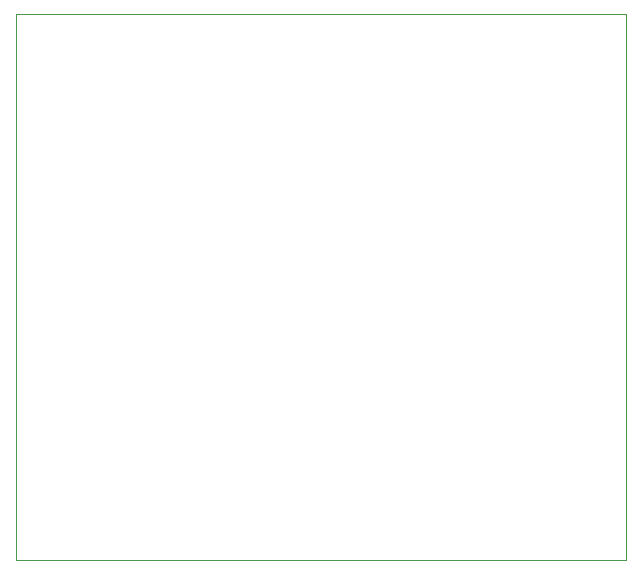
<source format=gbr>
%TF.GenerationSoftware,KiCad,Pcbnew,7.0.8*%
%TF.CreationDate,2023-11-10T01:16:26-06:00*%
%TF.ProjectId,LightingBoard,4c696768-7469-46e6-9742-6f6172642e6b,rev?*%
%TF.SameCoordinates,Original*%
%TF.FileFunction,Profile,NP*%
%FSLAX46Y46*%
G04 Gerber Fmt 4.6, Leading zero omitted, Abs format (unit mm)*
G04 Created by KiCad (PCBNEW 7.0.8) date 2023-11-10 01:16:26*
%MOMM*%
%LPD*%
G01*
G04 APERTURE LIST*
%TA.AperFunction,Profile*%
%ADD10C,0.100000*%
%TD*%
G04 APERTURE END LIST*
D10*
X107696000Y-51816000D02*
X159385000Y-51816000D01*
X159385000Y-98044000D01*
X107696000Y-98044000D01*
X107696000Y-51816000D01*
M02*

</source>
